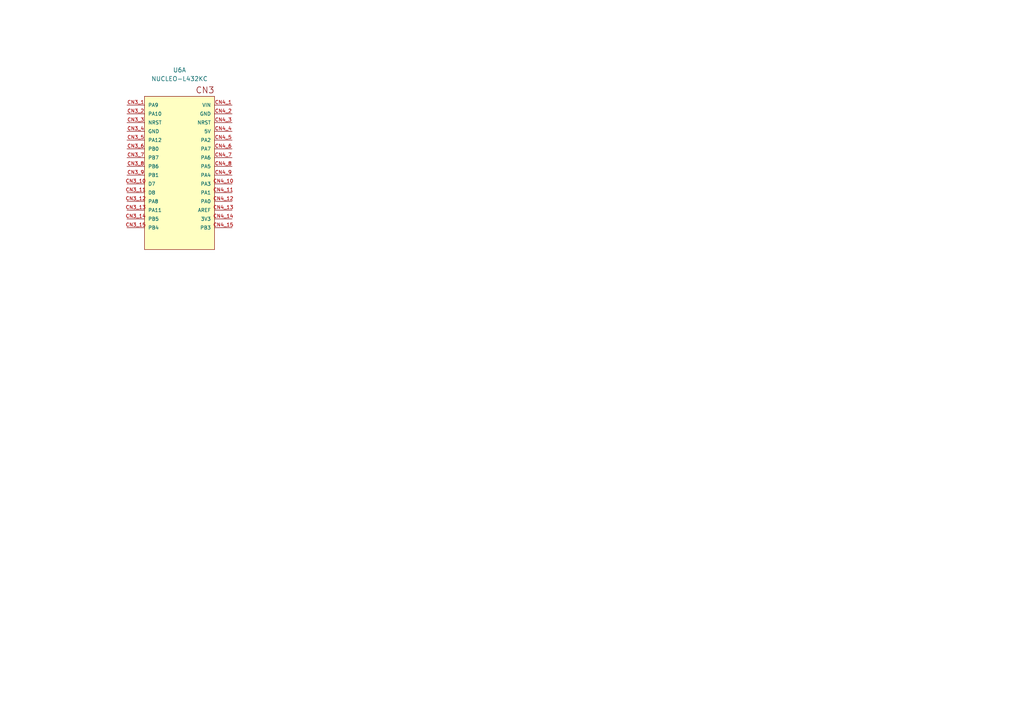
<source format=kicad_sch>
(kicad_sch (version 20231120) (generator "eeschema") (generator_version "8.0")
  (paper "A4")
  (lib_symbols
    (symbol "1_ACC_BOARD:NUCLEO-L432KC" (pin_names (offset 1.016))
      (property "Reference" "U" (at 10.16 21.082 0))
      (property "Value" "NUCLEO-L432KC" (at -7.62 -25.4 0))
      (symbol "NUCLEO-L432KC_1_0"
        (rectangle (start -10.16 17.78) (end 10.16 -26.67) (stroke (width 0.1524)) (fill (type background)))
        (text "CN3" (at 10.16 18.542 0) (effects (font (size 1.778 1.778)) (justify right bottom)))
        (pin bidirectional line (at -15.24 15.24 0) (length 5.08) (name "PA9") (number "CN3_1"))
        (pin bidirectional line (at -15.24 -12.7 0) (length 5.08) (name "PA8") (number "CN3_12"))
        (pin bidirectional line (at -15.24 -15.24 0) (length 5.08) (name "PA11") (number "CN3_13"))
        (pin bidirectional line (at -15.24 -17.78 0) (length 5.08) (name "PB5") (number "CN3_14"))
        (pin bidirectional line (at -15.24 -20.32 0) (length 5.08) (name "PB4") (number "CN3_15"))
        (pin bidirectional line (at -15.24 12.7 0) (length 5.08) (name "PA10") (number "CN3_2"))
        (pin bidirectional line (at -15.24 5.08 0) (length 5.08) (name "PA12") (number "CN3_5"))
        (pin bidirectional line (at -15.24 2.54 0) (length 5.08) (name "PB0") (number "CN3_6"))
        (pin bidirectional line (at -15.24 0 0) (length 5.08) (name "PB7") (number "CN3_7"))
        (pin bidirectional line (at -15.24 -2.54 0) (length 5.08) (name "PB6") (number "CN3_8"))
        (pin bidirectional line (at -15.24 -5.08 0) (length 5.08) (name "PB1") (number "CN3_9"))
      )
      (symbol "NUCLEO-L432KC_1_1"
        (pin bidirectional line (at -15.24 -7.62 0) (length 5.08) (name "D7") (number "CN3_10"))
        (pin bidirectional line (at -15.24 -10.16 0) (length 5.08) (name "D8") (number "CN3_11"))
        (pin bidirectional line (at -15.24 10.16 0) (length 5.08) (name "NRST") (number "CN3_3"))
        (pin power_in line (at -15.24 7.62 0) (length 5.08) (name "GND") (number "CN3_4"))
        (pin power_in line (at 15.24 15.24 180) (length 5.08) (name "VIN") (number "CN4_1"))
        (pin bidirectional line (at 15.24 -7.62 180) (length 5.08) (name "PA3") (number "CN4_10"))
        (pin bidirectional line (at 15.24 -10.16 180) (length 5.08) (name "PA1") (number "CN4_11"))
        (pin bidirectional line (at 15.24 -12.7 180) (length 5.08) (name "PA0") (number "CN4_12"))
        (pin bidirectional line (at 15.24 -15.24 180) (length 5.08) (name "AREF") (number "CN4_13"))
        (pin power_out line (at 15.24 -17.78 180) (length 5.08) (name "3V3") (number "CN4_14"))
        (pin bidirectional line (at 15.24 -20.32 180) (length 5.08) (name "PB3") (number "CN4_15"))
        (pin power_in line (at 15.24 12.7 180) (length 5.08) (name "GND") (number "CN4_2"))
        (pin bidirectional line (at 15.24 10.16 180) (length 5.08) (name "NRST") (number "CN4_3"))
        (pin power_out line (at 15.24 7.62 180) (length 5.08) (name "5V") (number "CN4_4"))
        (pin bidirectional line (at 15.24 5.08 180) (length 5.08) (name "PA2") (number "CN4_5"))
        (pin bidirectional line (at 15.24 2.54 180) (length 5.08) (name "PA7") (number "CN4_6"))
        (pin bidirectional line (at 15.24 0 180) (length 5.08) (name "PA6") (number "CN4_7"))
        (pin bidirectional line (at 15.24 -2.54 180) (length 5.08) (name "PA5") (number "CN4_8"))
        (pin bidirectional line (at 15.24 -5.08 180) (length 5.08) (name "PA4") (number "CN4_9"))
      )
      (symbol "NUCLEO-L432KC_2_0"
        (rectangle (start -10.16 -17.78) (end 10.16 17.78) (stroke (width 0.1524)) (fill (type background)))
        (text "CN4" (at -10.16 18.542 0) (effects (font (size 1.778 1.778)) (justify left bottom)))
        (pin input line (at -15.24 7.62 0) (length 5.08) (name "VIN") (number "CN4_1"))
        (pin bidirectional line (at -15.24 -10.16 0) (length 5.08) (name "PA3") (number "CN4_10"))
        (pin bidirectional line (at -15.24 -5.08 0) (length 5.08) (name "PA1") (number "CN4_11"))
        (pin bidirectional line (at -15.24 -2.54 0) (length 5.08) (name "PA0") (number "CN4_12"))
        (pin bidirectional line (at 15.24 7.62 180) (length 5.08) (name "AREF") (number "CN4_13"))
        (pin power_in line (at 15.24 12.7 180) (length 5.08) (name "+3V3") (number "CN4_14"))
        (pin bidirectional line (at 15.24 2.54 180) (length 5.08) (name "PB3") (number "CN4_15"))
        (pin power_in line (at 15.24 -15.24 180) (length 5.08) (name "GND_CN4") (number "CN4_2"))
        (pin bidirectional line (at -15.24 2.54 0) (length 5.08) (name "NRST_CN4") (number "CN4_3"))
        (pin power_in line (at 15.24 15.24 180) (length 5.08) (name "+5V") (number "CN4_4"))
        (pin bidirectional line (at -15.24 -7.62 0) (length 5.08) (name "PA2") (number "CN4_5"))
        (pin bidirectional line (at 15.24 -10.16 180) (length 5.08) (name "PA7") (number "CN4_6"))
        (pin bidirectional line (at 15.24 -7.62 180) (length 5.08) (name "PA6") (number "CN4_7"))
        (pin bidirectional line (at 15.24 -5.08 180) (length 5.08) (name "PA5") (number "CN4_8"))
        (pin bidirectional line (at 15.24 -2.54 180) (length 5.08) (name "PA4") (number "CN4_9"))
      )
      (symbol "NUCLEO-L432KC_2_1"
        (pin bidirectional line (at 17.78 6.35 180) (length 5.08) (name "PA2") (number "-UB"))
      )
    )
  )
  (symbol (lib_id "1_ACC_BOARD:NUCLEO-L432KC") (at 52.07 45.72 0) (unit 1)
    (property "Reference" "U6" (at 52.07 20.32 0))
    (property "Value" "NUCLEO-L432KC" (at 52.07 22.86 0))
    (property "Footprint" "1FS_2_Global_Footprint_Library:MODULE_NUCLEO-L432KC" (effects (hide yes)))
    (property "PARTREV" "N/A" (effects (hide yes)))
    (property "STANDARD" "Manufacturer Recommendations" (effects (hide yes)))
    (property "MAXIMUM_PACKAGE_HEIGHT" "N/A" (effects (hide yes)))
    (property "MANUFACTURER" "ST Microelectronics" (effects (hide yes)))
  )
)
</source>
